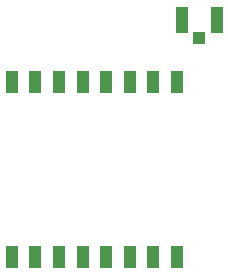
<source format=gbr>
G04 EAGLE Gerber RS-274X export*
G75*
%MOMM*%
%FSLAX34Y34*%
%LPD*%
%INSolderpaste Top*%
%IPPOS*%
%AMOC8*
5,1,8,0,0,1.08239X$1,22.5*%
G01*
%ADD10R,1.000000X1.050000*%
%ADD11R,1.050000X2.200000*%
%ADD12R,1.050000X1.950000*%


D10*
X635000Y251450D03*
D11*
X620250Y266700D03*
X649750Y266700D03*
D12*
X476100Y65700D03*
X496100Y65700D03*
X516100Y65700D03*
X536100Y65700D03*
X556100Y65700D03*
X576100Y65700D03*
X596100Y65700D03*
X616100Y65700D03*
X616100Y213700D03*
X596100Y213700D03*
X576100Y213700D03*
X556100Y213700D03*
X536100Y213700D03*
X516100Y213700D03*
X496100Y213700D03*
X476100Y213700D03*
M02*

</source>
